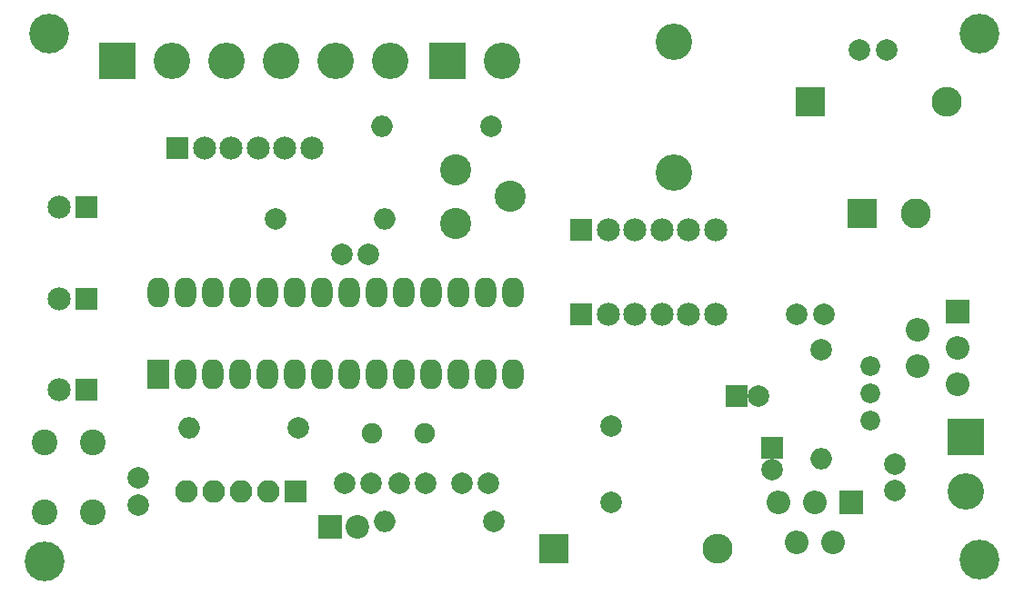
<source format=gbr>
G04 #@! TF.FileFunction,Soldermask,Bot*
%FSLAX46Y46*%
G04 Gerber Fmt 4.6, Leading zero omitted, Abs format (unit mm)*
G04 Created by KiCad (PCBNEW 4.0.7) date 07/09/18 17:43:36*
%MOMM*%
%LPD*%
G01*
G04 APERTURE LIST*
%ADD10C,0.100000*%
%ADD11R,3.400000X3.400000*%
%ADD12C,3.400000*%
%ADD13C,3.700000*%
%ADD14C,2.000000*%
%ADD15R,2.000000X2.000000*%
%ADD16R,2.100000X2.100000*%
%ADD17O,2.100000X2.100000*%
%ADD18R,2.150000X2.150000*%
%ADD19C,2.150000*%
%ADD20O,2.000000X2.000000*%
%ADD21C,2.900000*%
%ADD22C,1.840000*%
%ADD23C,2.400000*%
%ADD24C,1.900000*%
%ADD25R,2.000000X2.800000*%
%ADD26O,2.000000X2.800000*%
%ADD27R,2.800000X2.800000*%
%ADD28O,2.800000X2.800000*%
%ADD29R,2.200000X2.200000*%
%ADD30O,2.200000X2.200000*%
%ADD31C,2.800000*%
%ADD32C,2.200000*%
G04 APERTURE END LIST*
D10*
D11*
X201910000Y-134904000D03*
D12*
X201910000Y-139984000D03*
D13*
X203180000Y-146334000D03*
X116110000Y-146470000D03*
X203180000Y-97312000D03*
D14*
X146284000Y-117886000D03*
X143784000Y-117886000D03*
X124900000Y-138750000D03*
X124900000Y-141250000D03*
X146538000Y-139222000D03*
X144038000Y-139222000D03*
X151618000Y-139222000D03*
X149118000Y-139222000D03*
D15*
X180574000Y-131094000D03*
D14*
X182574000Y-131094000D03*
D16*
X139525000Y-139950000D03*
D17*
X136985000Y-139950000D03*
X134445000Y-139950000D03*
X131905000Y-139950000D03*
X129365000Y-139950000D03*
D18*
X120000000Y-130500000D03*
D19*
X117500000Y-130500000D03*
D18*
X120000000Y-113500000D03*
D19*
X117500000Y-113500000D03*
D18*
X120000000Y-122000000D03*
D19*
X117500000Y-122000000D03*
D14*
X139800000Y-134025000D03*
D20*
X129640000Y-134025000D03*
D14*
X188448000Y-126776000D03*
D20*
X188448000Y-136936000D03*
D21*
X159452000Y-112512000D03*
X154412000Y-115012000D03*
X154412000Y-110012000D03*
D22*
X193020000Y-133380000D03*
X193020000Y-130840000D03*
X193020000Y-128300000D03*
D23*
X116130000Y-135412000D03*
X120630000Y-135412000D03*
X116130000Y-141912000D03*
X120630000Y-141912000D03*
D24*
X151520000Y-134610000D03*
X146640000Y-134610000D03*
D12*
X127996000Y-99852000D03*
X133076000Y-99852000D03*
D11*
X122916000Y-99852000D03*
D12*
X138156000Y-99852000D03*
X143236000Y-99852000D03*
X148316000Y-99852000D03*
D11*
X153650000Y-99852000D03*
D12*
X158730000Y-99852000D03*
D25*
X126726000Y-129062000D03*
D26*
X159746000Y-121442000D03*
X129266000Y-129062000D03*
X157206000Y-121442000D03*
X131806000Y-129062000D03*
X154666000Y-121442000D03*
X134346000Y-129062000D03*
X152126000Y-121442000D03*
X136886000Y-129062000D03*
X149586000Y-121442000D03*
X139426000Y-129062000D03*
X147046000Y-121442000D03*
X141966000Y-129062000D03*
X144506000Y-121442000D03*
X144506000Y-129062000D03*
X141966000Y-121442000D03*
X147046000Y-129062000D03*
X139426000Y-121442000D03*
X149586000Y-129062000D03*
X136886000Y-121442000D03*
X152126000Y-129062000D03*
X134346000Y-121442000D03*
X154666000Y-129062000D03*
X131806000Y-121442000D03*
X157206000Y-129062000D03*
X129266000Y-121442000D03*
X159746000Y-129062000D03*
X126726000Y-121442000D03*
D13*
X116566000Y-97312000D03*
D14*
X168890000Y-141000000D03*
X168890000Y-133900000D03*
D15*
X183876000Y-135920000D03*
D14*
X183876000Y-137920000D03*
D27*
X163556000Y-145318000D03*
D28*
X178796000Y-145318000D03*
D29*
X191242000Y-141000000D03*
D30*
X189542000Y-144700000D03*
X187842000Y-141000000D03*
X186142000Y-144700000D03*
X184442000Y-141000000D03*
D29*
X201148000Y-123220000D03*
D30*
X197448000Y-124920000D03*
X201148000Y-126620000D03*
X197448000Y-128320000D03*
X201148000Y-130020000D03*
D27*
X192258000Y-114076000D03*
D31*
X197258000Y-114076000D03*
D14*
X186162000Y-123474000D03*
X188662000Y-123474000D03*
X192004000Y-98836000D03*
X194504000Y-98836000D03*
X157460000Y-139222000D03*
X154960000Y-139222000D03*
X195306000Y-137444000D03*
X195306000Y-139944000D03*
D12*
X174732000Y-98074000D03*
X174732000Y-110274000D03*
D29*
X142728000Y-143286000D03*
D32*
X145268000Y-143286000D03*
D14*
X157968000Y-142778000D03*
D20*
X147808000Y-142778000D03*
D14*
X137648000Y-114584000D03*
D20*
X147808000Y-114584000D03*
D18*
X166096000Y-123474000D03*
D19*
X168596000Y-123474000D03*
X171096000Y-123474000D03*
X173596000Y-123474000D03*
X176096000Y-123474000D03*
X178596000Y-123474000D03*
D18*
X166096000Y-115600000D03*
D19*
X168596000Y-115600000D03*
X171096000Y-115600000D03*
X173596000Y-115600000D03*
X176096000Y-115600000D03*
X178596000Y-115600000D03*
D18*
X128504000Y-107980000D03*
D19*
X131004000Y-107980000D03*
X133504000Y-107980000D03*
X136004000Y-107980000D03*
X138504000Y-107980000D03*
X141004000Y-107980000D03*
D14*
X157714000Y-105948000D03*
D20*
X147554000Y-105948000D03*
D27*
X187432000Y-103662000D03*
D28*
X200132000Y-103662000D03*
M02*

</source>
